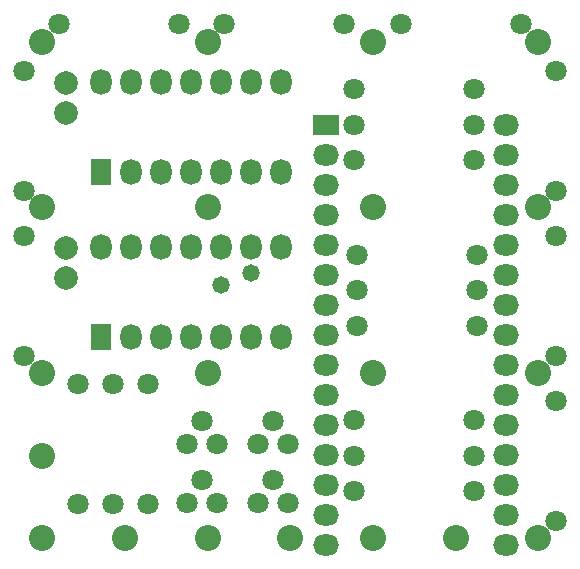
<source format=gbs>
G04 Layer_Color=16711935*
%FSLAX25Y25*%
%MOIN*%
G70*
G01*
G75*
%ADD20C,0.07099*%
%ADD21C,0.07887*%
%ADD22O,0.08674X0.07099*%
%ADD23R,0.08674X0.07099*%
%ADD24C,0.08674*%
%ADD25R,0.07099X0.08674*%
%ADD26O,0.07099X0.08674*%
%ADD27C,0.05800*%
D20*
X120748Y98425D02*
D03*
X160748D02*
D03*
X120748Y86614D02*
D03*
X160748D02*
D03*
X119764Y55118D02*
D03*
X159764D02*
D03*
X119764Y43307D02*
D03*
X159764D02*
D03*
X61339Y187008D02*
D03*
X21339D02*
D03*
X116457D02*
D03*
X76457D02*
D03*
X119764Y165354D02*
D03*
X159764D02*
D03*
X135512Y187008D02*
D03*
X175512D02*
D03*
X9843Y171575D02*
D03*
Y131575D02*
D03*
X119764Y141732D02*
D03*
X159764D02*
D03*
X119764Y153543D02*
D03*
X159764D02*
D03*
X187008Y171575D02*
D03*
Y131575D02*
D03*
X9843Y116457D02*
D03*
Y76457D02*
D03*
X51181Y67244D02*
D03*
Y27244D02*
D03*
X120748Y110236D02*
D03*
X160748D02*
D03*
X187008Y116457D02*
D03*
Y76457D02*
D03*
X27559Y67244D02*
D03*
Y27244D02*
D03*
X39370Y67244D02*
D03*
Y27244D02*
D03*
X119764Y31496D02*
D03*
X159764D02*
D03*
X187008Y61339D02*
D03*
Y21339D02*
D03*
X87520Y47244D02*
D03*
X92520Y54744D02*
D03*
X97520Y47244D02*
D03*
X87520Y27559D02*
D03*
X92520Y35059D02*
D03*
X97520Y27559D02*
D03*
X63898Y47244D02*
D03*
X68898Y54744D02*
D03*
X73898Y47244D02*
D03*
X63898Y27559D02*
D03*
X68898Y35059D02*
D03*
X73898Y27559D02*
D03*
D21*
X23622Y102362D02*
D03*
Y112362D02*
D03*
Y157480D02*
D03*
Y167480D02*
D03*
D22*
X170236Y153543D02*
D03*
Y143543D02*
D03*
Y133543D02*
D03*
Y123543D02*
D03*
Y113543D02*
D03*
Y103543D02*
D03*
Y93543D02*
D03*
Y83543D02*
D03*
Y73543D02*
D03*
Y63543D02*
D03*
Y53543D02*
D03*
Y43543D02*
D03*
Y33543D02*
D03*
Y23543D02*
D03*
Y13543D02*
D03*
X110236D02*
D03*
Y23543D02*
D03*
Y33543D02*
D03*
Y43543D02*
D03*
Y53543D02*
D03*
Y63543D02*
D03*
Y73543D02*
D03*
Y83543D02*
D03*
Y93543D02*
D03*
Y103543D02*
D03*
Y113543D02*
D03*
Y123543D02*
D03*
Y133543D02*
D03*
Y143543D02*
D03*
D23*
Y153543D02*
D03*
D24*
X181102Y15748D02*
D03*
X125984D02*
D03*
X70866D02*
D03*
X15748D02*
D03*
X181102Y70866D02*
D03*
X125984D02*
D03*
X70866D02*
D03*
X15748D02*
D03*
X181102Y125984D02*
D03*
X125984D02*
D03*
X70866D02*
D03*
X15748D02*
D03*
X181102Y181102D02*
D03*
X125984D02*
D03*
X70866D02*
D03*
X15748D02*
D03*
Y43307D02*
D03*
X153543Y15748D02*
D03*
X98425D02*
D03*
X43307D02*
D03*
D25*
X35433Y82677D02*
D03*
Y137795D02*
D03*
D26*
X45433Y82677D02*
D03*
X55433D02*
D03*
X65433D02*
D03*
X75433D02*
D03*
X85433D02*
D03*
X95433D02*
D03*
X75433Y112677D02*
D03*
X65433D02*
D03*
X55433D02*
D03*
X45433D02*
D03*
X35433D02*
D03*
X95433D02*
D03*
X85433D02*
D03*
X45433Y137795D02*
D03*
X55433D02*
D03*
X65433D02*
D03*
X75433D02*
D03*
X85433D02*
D03*
X95433D02*
D03*
X75433Y167795D02*
D03*
X65433D02*
D03*
X55433D02*
D03*
X45433D02*
D03*
X35433D02*
D03*
X95433D02*
D03*
X85433D02*
D03*
D27*
Y104134D02*
D03*
X75394Y100000D02*
D03*
M02*

</source>
